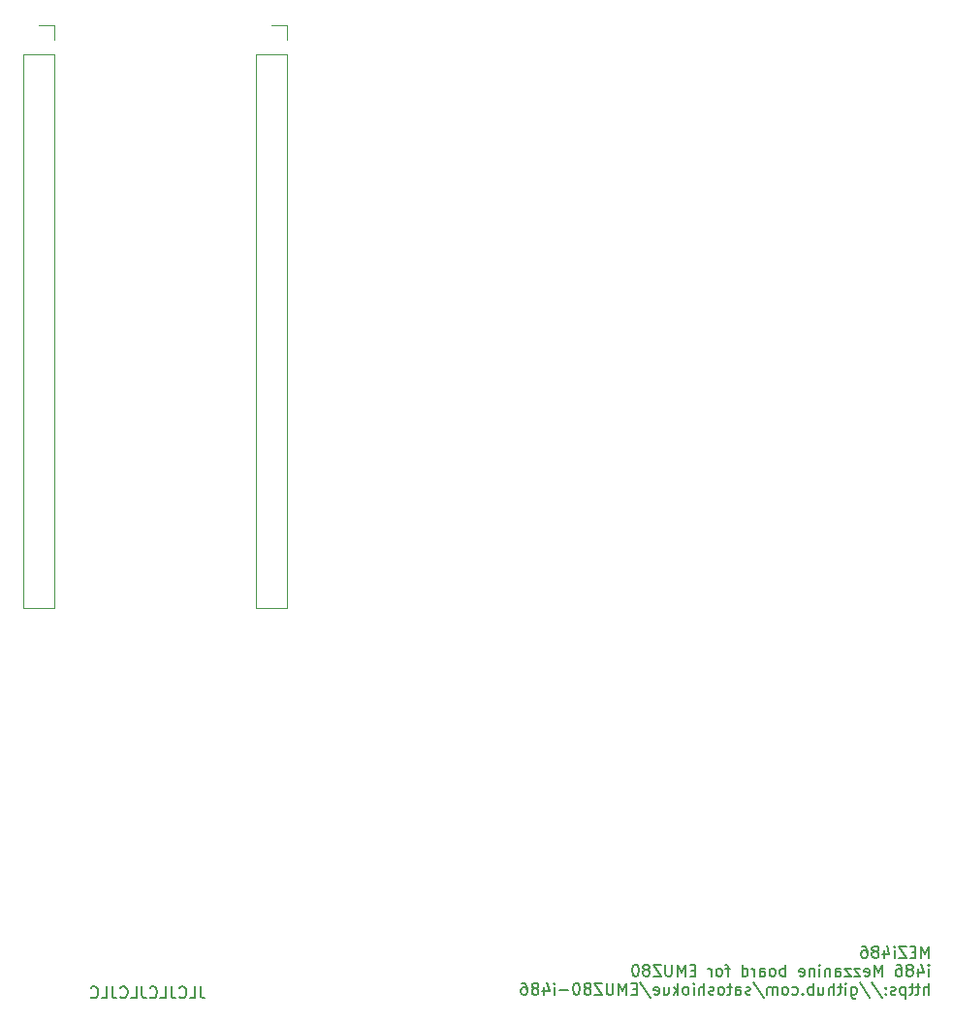
<source format=gbo>
G04 #@! TF.GenerationSoftware,KiCad,Pcbnew,8.0.2*
G04 #@! TF.CreationDate,2024-05-19T23:46:18+09:00*
G04 #@! TF.ProjectId,MEZi486,4d455a69-3438-4362-9e6b-696361645f70,C*
G04 #@! TF.SameCoordinates,PX5f5e100PY8f0d180*
G04 #@! TF.FileFunction,Legend,Bot*
G04 #@! TF.FilePolarity,Positive*
%FSLAX46Y46*%
G04 Gerber Fmt 4.6, Leading zero omitted, Abs format (unit mm)*
G04 Created by KiCad (PCBNEW 8.0.2) date 2024-05-19 23:46:18*
%MOMM*%
%LPD*%
G01*
G04 APERTURE LIST*
%ADD10C,0.150000*%
%ADD11C,0.200000*%
%ADD12C,0.120000*%
G04 APERTURE END LIST*
D10*
X19224048Y3085181D02*
X19224048Y2370896D01*
X19224048Y2370896D02*
X19271667Y2228039D01*
X19271667Y2228039D02*
X19366905Y2132800D01*
X19366905Y2132800D02*
X19509762Y2085181D01*
X19509762Y2085181D02*
X19605000Y2085181D01*
X18271667Y2085181D02*
X18747857Y2085181D01*
X18747857Y2085181D02*
X18747857Y3085181D01*
X17366905Y2180420D02*
X17414524Y2132800D01*
X17414524Y2132800D02*
X17557381Y2085181D01*
X17557381Y2085181D02*
X17652619Y2085181D01*
X17652619Y2085181D02*
X17795476Y2132800D01*
X17795476Y2132800D02*
X17890714Y2228039D01*
X17890714Y2228039D02*
X17938333Y2323277D01*
X17938333Y2323277D02*
X17985952Y2513753D01*
X17985952Y2513753D02*
X17985952Y2656610D01*
X17985952Y2656610D02*
X17938333Y2847086D01*
X17938333Y2847086D02*
X17890714Y2942324D01*
X17890714Y2942324D02*
X17795476Y3037562D01*
X17795476Y3037562D02*
X17652619Y3085181D01*
X17652619Y3085181D02*
X17557381Y3085181D01*
X17557381Y3085181D02*
X17414524Y3037562D01*
X17414524Y3037562D02*
X17366905Y2989943D01*
X16652619Y3085181D02*
X16652619Y2370896D01*
X16652619Y2370896D02*
X16700238Y2228039D01*
X16700238Y2228039D02*
X16795476Y2132800D01*
X16795476Y2132800D02*
X16938333Y2085181D01*
X16938333Y2085181D02*
X17033571Y2085181D01*
X15700238Y2085181D02*
X16176428Y2085181D01*
X16176428Y2085181D02*
X16176428Y3085181D01*
X14795476Y2180420D02*
X14843095Y2132800D01*
X14843095Y2132800D02*
X14985952Y2085181D01*
X14985952Y2085181D02*
X15081190Y2085181D01*
X15081190Y2085181D02*
X15224047Y2132800D01*
X15224047Y2132800D02*
X15319285Y2228039D01*
X15319285Y2228039D02*
X15366904Y2323277D01*
X15366904Y2323277D02*
X15414523Y2513753D01*
X15414523Y2513753D02*
X15414523Y2656610D01*
X15414523Y2656610D02*
X15366904Y2847086D01*
X15366904Y2847086D02*
X15319285Y2942324D01*
X15319285Y2942324D02*
X15224047Y3037562D01*
X15224047Y3037562D02*
X15081190Y3085181D01*
X15081190Y3085181D02*
X14985952Y3085181D01*
X14985952Y3085181D02*
X14843095Y3037562D01*
X14843095Y3037562D02*
X14795476Y2989943D01*
X14081190Y3085181D02*
X14081190Y2370896D01*
X14081190Y2370896D02*
X14128809Y2228039D01*
X14128809Y2228039D02*
X14224047Y2132800D01*
X14224047Y2132800D02*
X14366904Y2085181D01*
X14366904Y2085181D02*
X14462142Y2085181D01*
X13128809Y2085181D02*
X13604999Y2085181D01*
X13604999Y2085181D02*
X13604999Y3085181D01*
X12224047Y2180420D02*
X12271666Y2132800D01*
X12271666Y2132800D02*
X12414523Y2085181D01*
X12414523Y2085181D02*
X12509761Y2085181D01*
X12509761Y2085181D02*
X12652618Y2132800D01*
X12652618Y2132800D02*
X12747856Y2228039D01*
X12747856Y2228039D02*
X12795475Y2323277D01*
X12795475Y2323277D02*
X12843094Y2513753D01*
X12843094Y2513753D02*
X12843094Y2656610D01*
X12843094Y2656610D02*
X12795475Y2847086D01*
X12795475Y2847086D02*
X12747856Y2942324D01*
X12747856Y2942324D02*
X12652618Y3037562D01*
X12652618Y3037562D02*
X12509761Y3085181D01*
X12509761Y3085181D02*
X12414523Y3085181D01*
X12414523Y3085181D02*
X12271666Y3037562D01*
X12271666Y3037562D02*
X12224047Y2989943D01*
X11509761Y3085181D02*
X11509761Y2370896D01*
X11509761Y2370896D02*
X11557380Y2228039D01*
X11557380Y2228039D02*
X11652618Y2132800D01*
X11652618Y2132800D02*
X11795475Y2085181D01*
X11795475Y2085181D02*
X11890713Y2085181D01*
X10557380Y2085181D02*
X11033570Y2085181D01*
X11033570Y2085181D02*
X11033570Y3085181D01*
X9652618Y2180420D02*
X9700237Y2132800D01*
X9700237Y2132800D02*
X9843094Y2085181D01*
X9843094Y2085181D02*
X9938332Y2085181D01*
X9938332Y2085181D02*
X10081189Y2132800D01*
X10081189Y2132800D02*
X10176427Y2228039D01*
X10176427Y2228039D02*
X10224046Y2323277D01*
X10224046Y2323277D02*
X10271665Y2513753D01*
X10271665Y2513753D02*
X10271665Y2656610D01*
X10271665Y2656610D02*
X10224046Y2847086D01*
X10224046Y2847086D02*
X10176427Y2942324D01*
X10176427Y2942324D02*
X10081189Y3037562D01*
X10081189Y3037562D02*
X9938332Y3085181D01*
X9938332Y3085181D02*
X9843094Y3085181D01*
X9843094Y3085181D02*
X9700237Y3037562D01*
X9700237Y3037562D02*
X9652618Y2989943D01*
D11*
X82815326Y5602725D02*
X82815326Y6602725D01*
X82815326Y6602725D02*
X82481993Y5888440D01*
X82481993Y5888440D02*
X82148660Y6602725D01*
X82148660Y6602725D02*
X82148660Y5602725D01*
X81672469Y6126535D02*
X81339136Y6126535D01*
X81196279Y5602725D02*
X81672469Y5602725D01*
X81672469Y5602725D02*
X81672469Y6602725D01*
X81672469Y6602725D02*
X81196279Y6602725D01*
X80862945Y6602725D02*
X80196279Y6602725D01*
X80196279Y6602725D02*
X80862945Y5602725D01*
X80862945Y5602725D02*
X80196279Y5602725D01*
X79815326Y5602725D02*
X79815326Y6269392D01*
X79815326Y6602725D02*
X79862945Y6555106D01*
X79862945Y6555106D02*
X79815326Y6507487D01*
X79815326Y6507487D02*
X79767707Y6555106D01*
X79767707Y6555106D02*
X79815326Y6602725D01*
X79815326Y6602725D02*
X79815326Y6507487D01*
X78910565Y6269392D02*
X78910565Y5602725D01*
X79148660Y6650344D02*
X79386755Y5936059D01*
X79386755Y5936059D02*
X78767708Y5936059D01*
X78243898Y6174154D02*
X78339136Y6221773D01*
X78339136Y6221773D02*
X78386755Y6269392D01*
X78386755Y6269392D02*
X78434374Y6364630D01*
X78434374Y6364630D02*
X78434374Y6412249D01*
X78434374Y6412249D02*
X78386755Y6507487D01*
X78386755Y6507487D02*
X78339136Y6555106D01*
X78339136Y6555106D02*
X78243898Y6602725D01*
X78243898Y6602725D02*
X78053422Y6602725D01*
X78053422Y6602725D02*
X77958184Y6555106D01*
X77958184Y6555106D02*
X77910565Y6507487D01*
X77910565Y6507487D02*
X77862946Y6412249D01*
X77862946Y6412249D02*
X77862946Y6364630D01*
X77862946Y6364630D02*
X77910565Y6269392D01*
X77910565Y6269392D02*
X77958184Y6221773D01*
X77958184Y6221773D02*
X78053422Y6174154D01*
X78053422Y6174154D02*
X78243898Y6174154D01*
X78243898Y6174154D02*
X78339136Y6126535D01*
X78339136Y6126535D02*
X78386755Y6078916D01*
X78386755Y6078916D02*
X78434374Y5983678D01*
X78434374Y5983678D02*
X78434374Y5793202D01*
X78434374Y5793202D02*
X78386755Y5697964D01*
X78386755Y5697964D02*
X78339136Y5650344D01*
X78339136Y5650344D02*
X78243898Y5602725D01*
X78243898Y5602725D02*
X78053422Y5602725D01*
X78053422Y5602725D02*
X77958184Y5650344D01*
X77958184Y5650344D02*
X77910565Y5697964D01*
X77910565Y5697964D02*
X77862946Y5793202D01*
X77862946Y5793202D02*
X77862946Y5983678D01*
X77862946Y5983678D02*
X77910565Y6078916D01*
X77910565Y6078916D02*
X77958184Y6126535D01*
X77958184Y6126535D02*
X78053422Y6174154D01*
X77005803Y6602725D02*
X77196279Y6602725D01*
X77196279Y6602725D02*
X77291517Y6555106D01*
X77291517Y6555106D02*
X77339136Y6507487D01*
X77339136Y6507487D02*
X77434374Y6364630D01*
X77434374Y6364630D02*
X77481993Y6174154D01*
X77481993Y6174154D02*
X77481993Y5793202D01*
X77481993Y5793202D02*
X77434374Y5697964D01*
X77434374Y5697964D02*
X77386755Y5650344D01*
X77386755Y5650344D02*
X77291517Y5602725D01*
X77291517Y5602725D02*
X77101041Y5602725D01*
X77101041Y5602725D02*
X77005803Y5650344D01*
X77005803Y5650344D02*
X76958184Y5697964D01*
X76958184Y5697964D02*
X76910565Y5793202D01*
X76910565Y5793202D02*
X76910565Y6031297D01*
X76910565Y6031297D02*
X76958184Y6126535D01*
X76958184Y6126535D02*
X77005803Y6174154D01*
X77005803Y6174154D02*
X77101041Y6221773D01*
X77101041Y6221773D02*
X77291517Y6221773D01*
X77291517Y6221773D02*
X77386755Y6174154D01*
X77386755Y6174154D02*
X77434374Y6126535D01*
X77434374Y6126535D02*
X77481993Y6031297D01*
X82815326Y3992781D02*
X82815326Y4659448D01*
X82815326Y4992781D02*
X82862945Y4945162D01*
X82862945Y4945162D02*
X82815326Y4897543D01*
X82815326Y4897543D02*
X82767707Y4945162D01*
X82767707Y4945162D02*
X82815326Y4992781D01*
X82815326Y4992781D02*
X82815326Y4897543D01*
X81910565Y4659448D02*
X81910565Y3992781D01*
X82148660Y5040400D02*
X82386755Y4326115D01*
X82386755Y4326115D02*
X81767708Y4326115D01*
X81243898Y4564210D02*
X81339136Y4611829D01*
X81339136Y4611829D02*
X81386755Y4659448D01*
X81386755Y4659448D02*
X81434374Y4754686D01*
X81434374Y4754686D02*
X81434374Y4802305D01*
X81434374Y4802305D02*
X81386755Y4897543D01*
X81386755Y4897543D02*
X81339136Y4945162D01*
X81339136Y4945162D02*
X81243898Y4992781D01*
X81243898Y4992781D02*
X81053422Y4992781D01*
X81053422Y4992781D02*
X80958184Y4945162D01*
X80958184Y4945162D02*
X80910565Y4897543D01*
X80910565Y4897543D02*
X80862946Y4802305D01*
X80862946Y4802305D02*
X80862946Y4754686D01*
X80862946Y4754686D02*
X80910565Y4659448D01*
X80910565Y4659448D02*
X80958184Y4611829D01*
X80958184Y4611829D02*
X81053422Y4564210D01*
X81053422Y4564210D02*
X81243898Y4564210D01*
X81243898Y4564210D02*
X81339136Y4516591D01*
X81339136Y4516591D02*
X81386755Y4468972D01*
X81386755Y4468972D02*
X81434374Y4373734D01*
X81434374Y4373734D02*
X81434374Y4183258D01*
X81434374Y4183258D02*
X81386755Y4088020D01*
X81386755Y4088020D02*
X81339136Y4040400D01*
X81339136Y4040400D02*
X81243898Y3992781D01*
X81243898Y3992781D02*
X81053422Y3992781D01*
X81053422Y3992781D02*
X80958184Y4040400D01*
X80958184Y4040400D02*
X80910565Y4088020D01*
X80910565Y4088020D02*
X80862946Y4183258D01*
X80862946Y4183258D02*
X80862946Y4373734D01*
X80862946Y4373734D02*
X80910565Y4468972D01*
X80910565Y4468972D02*
X80958184Y4516591D01*
X80958184Y4516591D02*
X81053422Y4564210D01*
X80005803Y4992781D02*
X80196279Y4992781D01*
X80196279Y4992781D02*
X80291517Y4945162D01*
X80291517Y4945162D02*
X80339136Y4897543D01*
X80339136Y4897543D02*
X80434374Y4754686D01*
X80434374Y4754686D02*
X80481993Y4564210D01*
X80481993Y4564210D02*
X80481993Y4183258D01*
X80481993Y4183258D02*
X80434374Y4088020D01*
X80434374Y4088020D02*
X80386755Y4040400D01*
X80386755Y4040400D02*
X80291517Y3992781D01*
X80291517Y3992781D02*
X80101041Y3992781D01*
X80101041Y3992781D02*
X80005803Y4040400D01*
X80005803Y4040400D02*
X79958184Y4088020D01*
X79958184Y4088020D02*
X79910565Y4183258D01*
X79910565Y4183258D02*
X79910565Y4421353D01*
X79910565Y4421353D02*
X79958184Y4516591D01*
X79958184Y4516591D02*
X80005803Y4564210D01*
X80005803Y4564210D02*
X80101041Y4611829D01*
X80101041Y4611829D02*
X80291517Y4611829D01*
X80291517Y4611829D02*
X80386755Y4564210D01*
X80386755Y4564210D02*
X80434374Y4516591D01*
X80434374Y4516591D02*
X80481993Y4421353D01*
X78720088Y3992781D02*
X78720088Y4992781D01*
X78720088Y4992781D02*
X78386755Y4278496D01*
X78386755Y4278496D02*
X78053422Y4992781D01*
X78053422Y4992781D02*
X78053422Y3992781D01*
X77196279Y4040400D02*
X77291517Y3992781D01*
X77291517Y3992781D02*
X77481993Y3992781D01*
X77481993Y3992781D02*
X77577231Y4040400D01*
X77577231Y4040400D02*
X77624850Y4135639D01*
X77624850Y4135639D02*
X77624850Y4516591D01*
X77624850Y4516591D02*
X77577231Y4611829D01*
X77577231Y4611829D02*
X77481993Y4659448D01*
X77481993Y4659448D02*
X77291517Y4659448D01*
X77291517Y4659448D02*
X77196279Y4611829D01*
X77196279Y4611829D02*
X77148660Y4516591D01*
X77148660Y4516591D02*
X77148660Y4421353D01*
X77148660Y4421353D02*
X77624850Y4326115D01*
X76815326Y4659448D02*
X76291517Y4659448D01*
X76291517Y4659448D02*
X76815326Y3992781D01*
X76815326Y3992781D02*
X76291517Y3992781D01*
X76005802Y4659448D02*
X75481993Y4659448D01*
X75481993Y4659448D02*
X76005802Y3992781D01*
X76005802Y3992781D02*
X75481993Y3992781D01*
X74672469Y3992781D02*
X74672469Y4516591D01*
X74672469Y4516591D02*
X74720088Y4611829D01*
X74720088Y4611829D02*
X74815326Y4659448D01*
X74815326Y4659448D02*
X75005802Y4659448D01*
X75005802Y4659448D02*
X75101040Y4611829D01*
X74672469Y4040400D02*
X74767707Y3992781D01*
X74767707Y3992781D02*
X75005802Y3992781D01*
X75005802Y3992781D02*
X75101040Y4040400D01*
X75101040Y4040400D02*
X75148659Y4135639D01*
X75148659Y4135639D02*
X75148659Y4230877D01*
X75148659Y4230877D02*
X75101040Y4326115D01*
X75101040Y4326115D02*
X75005802Y4373734D01*
X75005802Y4373734D02*
X74767707Y4373734D01*
X74767707Y4373734D02*
X74672469Y4421353D01*
X74196278Y4659448D02*
X74196278Y3992781D01*
X74196278Y4564210D02*
X74148659Y4611829D01*
X74148659Y4611829D02*
X74053421Y4659448D01*
X74053421Y4659448D02*
X73910564Y4659448D01*
X73910564Y4659448D02*
X73815326Y4611829D01*
X73815326Y4611829D02*
X73767707Y4516591D01*
X73767707Y4516591D02*
X73767707Y3992781D01*
X73291516Y3992781D02*
X73291516Y4659448D01*
X73291516Y4992781D02*
X73339135Y4945162D01*
X73339135Y4945162D02*
X73291516Y4897543D01*
X73291516Y4897543D02*
X73243897Y4945162D01*
X73243897Y4945162D02*
X73291516Y4992781D01*
X73291516Y4992781D02*
X73291516Y4897543D01*
X72815326Y4659448D02*
X72815326Y3992781D01*
X72815326Y4564210D02*
X72767707Y4611829D01*
X72767707Y4611829D02*
X72672469Y4659448D01*
X72672469Y4659448D02*
X72529612Y4659448D01*
X72529612Y4659448D02*
X72434374Y4611829D01*
X72434374Y4611829D02*
X72386755Y4516591D01*
X72386755Y4516591D02*
X72386755Y3992781D01*
X71529612Y4040400D02*
X71624850Y3992781D01*
X71624850Y3992781D02*
X71815326Y3992781D01*
X71815326Y3992781D02*
X71910564Y4040400D01*
X71910564Y4040400D02*
X71958183Y4135639D01*
X71958183Y4135639D02*
X71958183Y4516591D01*
X71958183Y4516591D02*
X71910564Y4611829D01*
X71910564Y4611829D02*
X71815326Y4659448D01*
X71815326Y4659448D02*
X71624850Y4659448D01*
X71624850Y4659448D02*
X71529612Y4611829D01*
X71529612Y4611829D02*
X71481993Y4516591D01*
X71481993Y4516591D02*
X71481993Y4421353D01*
X71481993Y4421353D02*
X71958183Y4326115D01*
X70291516Y3992781D02*
X70291516Y4992781D01*
X70291516Y4611829D02*
X70196278Y4659448D01*
X70196278Y4659448D02*
X70005802Y4659448D01*
X70005802Y4659448D02*
X69910564Y4611829D01*
X69910564Y4611829D02*
X69862945Y4564210D01*
X69862945Y4564210D02*
X69815326Y4468972D01*
X69815326Y4468972D02*
X69815326Y4183258D01*
X69815326Y4183258D02*
X69862945Y4088020D01*
X69862945Y4088020D02*
X69910564Y4040400D01*
X69910564Y4040400D02*
X70005802Y3992781D01*
X70005802Y3992781D02*
X70196278Y3992781D01*
X70196278Y3992781D02*
X70291516Y4040400D01*
X69243897Y3992781D02*
X69339135Y4040400D01*
X69339135Y4040400D02*
X69386754Y4088020D01*
X69386754Y4088020D02*
X69434373Y4183258D01*
X69434373Y4183258D02*
X69434373Y4468972D01*
X69434373Y4468972D02*
X69386754Y4564210D01*
X69386754Y4564210D02*
X69339135Y4611829D01*
X69339135Y4611829D02*
X69243897Y4659448D01*
X69243897Y4659448D02*
X69101040Y4659448D01*
X69101040Y4659448D02*
X69005802Y4611829D01*
X69005802Y4611829D02*
X68958183Y4564210D01*
X68958183Y4564210D02*
X68910564Y4468972D01*
X68910564Y4468972D02*
X68910564Y4183258D01*
X68910564Y4183258D02*
X68958183Y4088020D01*
X68958183Y4088020D02*
X69005802Y4040400D01*
X69005802Y4040400D02*
X69101040Y3992781D01*
X69101040Y3992781D02*
X69243897Y3992781D01*
X68053421Y3992781D02*
X68053421Y4516591D01*
X68053421Y4516591D02*
X68101040Y4611829D01*
X68101040Y4611829D02*
X68196278Y4659448D01*
X68196278Y4659448D02*
X68386754Y4659448D01*
X68386754Y4659448D02*
X68481992Y4611829D01*
X68053421Y4040400D02*
X68148659Y3992781D01*
X68148659Y3992781D02*
X68386754Y3992781D01*
X68386754Y3992781D02*
X68481992Y4040400D01*
X68481992Y4040400D02*
X68529611Y4135639D01*
X68529611Y4135639D02*
X68529611Y4230877D01*
X68529611Y4230877D02*
X68481992Y4326115D01*
X68481992Y4326115D02*
X68386754Y4373734D01*
X68386754Y4373734D02*
X68148659Y4373734D01*
X68148659Y4373734D02*
X68053421Y4421353D01*
X67577230Y3992781D02*
X67577230Y4659448D01*
X67577230Y4468972D02*
X67529611Y4564210D01*
X67529611Y4564210D02*
X67481992Y4611829D01*
X67481992Y4611829D02*
X67386754Y4659448D01*
X67386754Y4659448D02*
X67291516Y4659448D01*
X66529611Y3992781D02*
X66529611Y4992781D01*
X66529611Y4040400D02*
X66624849Y3992781D01*
X66624849Y3992781D02*
X66815325Y3992781D01*
X66815325Y3992781D02*
X66910563Y4040400D01*
X66910563Y4040400D02*
X66958182Y4088020D01*
X66958182Y4088020D02*
X67005801Y4183258D01*
X67005801Y4183258D02*
X67005801Y4468972D01*
X67005801Y4468972D02*
X66958182Y4564210D01*
X66958182Y4564210D02*
X66910563Y4611829D01*
X66910563Y4611829D02*
X66815325Y4659448D01*
X66815325Y4659448D02*
X66624849Y4659448D01*
X66624849Y4659448D02*
X66529611Y4611829D01*
X65434372Y4659448D02*
X65053420Y4659448D01*
X65291515Y3992781D02*
X65291515Y4849924D01*
X65291515Y4849924D02*
X65243896Y4945162D01*
X65243896Y4945162D02*
X65148658Y4992781D01*
X65148658Y4992781D02*
X65053420Y4992781D01*
X64577229Y3992781D02*
X64672467Y4040400D01*
X64672467Y4040400D02*
X64720086Y4088020D01*
X64720086Y4088020D02*
X64767705Y4183258D01*
X64767705Y4183258D02*
X64767705Y4468972D01*
X64767705Y4468972D02*
X64720086Y4564210D01*
X64720086Y4564210D02*
X64672467Y4611829D01*
X64672467Y4611829D02*
X64577229Y4659448D01*
X64577229Y4659448D02*
X64434372Y4659448D01*
X64434372Y4659448D02*
X64339134Y4611829D01*
X64339134Y4611829D02*
X64291515Y4564210D01*
X64291515Y4564210D02*
X64243896Y4468972D01*
X64243896Y4468972D02*
X64243896Y4183258D01*
X64243896Y4183258D02*
X64291515Y4088020D01*
X64291515Y4088020D02*
X64339134Y4040400D01*
X64339134Y4040400D02*
X64434372Y3992781D01*
X64434372Y3992781D02*
X64577229Y3992781D01*
X63815324Y3992781D02*
X63815324Y4659448D01*
X63815324Y4468972D02*
X63767705Y4564210D01*
X63767705Y4564210D02*
X63720086Y4611829D01*
X63720086Y4611829D02*
X63624848Y4659448D01*
X63624848Y4659448D02*
X63529610Y4659448D01*
X62434371Y4516591D02*
X62101038Y4516591D01*
X61958181Y3992781D02*
X62434371Y3992781D01*
X62434371Y3992781D02*
X62434371Y4992781D01*
X62434371Y4992781D02*
X61958181Y4992781D01*
X61529609Y3992781D02*
X61529609Y4992781D01*
X61529609Y4992781D02*
X61196276Y4278496D01*
X61196276Y4278496D02*
X60862943Y4992781D01*
X60862943Y4992781D02*
X60862943Y3992781D01*
X60386752Y4992781D02*
X60386752Y4183258D01*
X60386752Y4183258D02*
X60339133Y4088020D01*
X60339133Y4088020D02*
X60291514Y4040400D01*
X60291514Y4040400D02*
X60196276Y3992781D01*
X60196276Y3992781D02*
X60005800Y3992781D01*
X60005800Y3992781D02*
X59910562Y4040400D01*
X59910562Y4040400D02*
X59862943Y4088020D01*
X59862943Y4088020D02*
X59815324Y4183258D01*
X59815324Y4183258D02*
X59815324Y4992781D01*
X59434371Y4992781D02*
X58767705Y4992781D01*
X58767705Y4992781D02*
X59434371Y3992781D01*
X59434371Y3992781D02*
X58767705Y3992781D01*
X58243895Y4564210D02*
X58339133Y4611829D01*
X58339133Y4611829D02*
X58386752Y4659448D01*
X58386752Y4659448D02*
X58434371Y4754686D01*
X58434371Y4754686D02*
X58434371Y4802305D01*
X58434371Y4802305D02*
X58386752Y4897543D01*
X58386752Y4897543D02*
X58339133Y4945162D01*
X58339133Y4945162D02*
X58243895Y4992781D01*
X58243895Y4992781D02*
X58053419Y4992781D01*
X58053419Y4992781D02*
X57958181Y4945162D01*
X57958181Y4945162D02*
X57910562Y4897543D01*
X57910562Y4897543D02*
X57862943Y4802305D01*
X57862943Y4802305D02*
X57862943Y4754686D01*
X57862943Y4754686D02*
X57910562Y4659448D01*
X57910562Y4659448D02*
X57958181Y4611829D01*
X57958181Y4611829D02*
X58053419Y4564210D01*
X58053419Y4564210D02*
X58243895Y4564210D01*
X58243895Y4564210D02*
X58339133Y4516591D01*
X58339133Y4516591D02*
X58386752Y4468972D01*
X58386752Y4468972D02*
X58434371Y4373734D01*
X58434371Y4373734D02*
X58434371Y4183258D01*
X58434371Y4183258D02*
X58386752Y4088020D01*
X58386752Y4088020D02*
X58339133Y4040400D01*
X58339133Y4040400D02*
X58243895Y3992781D01*
X58243895Y3992781D02*
X58053419Y3992781D01*
X58053419Y3992781D02*
X57958181Y4040400D01*
X57958181Y4040400D02*
X57910562Y4088020D01*
X57910562Y4088020D02*
X57862943Y4183258D01*
X57862943Y4183258D02*
X57862943Y4373734D01*
X57862943Y4373734D02*
X57910562Y4468972D01*
X57910562Y4468972D02*
X57958181Y4516591D01*
X57958181Y4516591D02*
X58053419Y4564210D01*
X57243895Y4992781D02*
X57148657Y4992781D01*
X57148657Y4992781D02*
X57053419Y4945162D01*
X57053419Y4945162D02*
X57005800Y4897543D01*
X57005800Y4897543D02*
X56958181Y4802305D01*
X56958181Y4802305D02*
X56910562Y4611829D01*
X56910562Y4611829D02*
X56910562Y4373734D01*
X56910562Y4373734D02*
X56958181Y4183258D01*
X56958181Y4183258D02*
X57005800Y4088020D01*
X57005800Y4088020D02*
X57053419Y4040400D01*
X57053419Y4040400D02*
X57148657Y3992781D01*
X57148657Y3992781D02*
X57243895Y3992781D01*
X57243895Y3992781D02*
X57339133Y4040400D01*
X57339133Y4040400D02*
X57386752Y4088020D01*
X57386752Y4088020D02*
X57434371Y4183258D01*
X57434371Y4183258D02*
X57481990Y4373734D01*
X57481990Y4373734D02*
X57481990Y4611829D01*
X57481990Y4611829D02*
X57434371Y4802305D01*
X57434371Y4802305D02*
X57386752Y4897543D01*
X57386752Y4897543D02*
X57339133Y4945162D01*
X57339133Y4945162D02*
X57243895Y4992781D01*
X82815326Y2382837D02*
X82815326Y3382837D01*
X82386755Y2382837D02*
X82386755Y2906647D01*
X82386755Y2906647D02*
X82434374Y3001885D01*
X82434374Y3001885D02*
X82529612Y3049504D01*
X82529612Y3049504D02*
X82672469Y3049504D01*
X82672469Y3049504D02*
X82767707Y3001885D01*
X82767707Y3001885D02*
X82815326Y2954266D01*
X82053421Y3049504D02*
X81672469Y3049504D01*
X81910564Y3382837D02*
X81910564Y2525695D01*
X81910564Y2525695D02*
X81862945Y2430456D01*
X81862945Y2430456D02*
X81767707Y2382837D01*
X81767707Y2382837D02*
X81672469Y2382837D01*
X81481992Y3049504D02*
X81101040Y3049504D01*
X81339135Y3382837D02*
X81339135Y2525695D01*
X81339135Y2525695D02*
X81291516Y2430456D01*
X81291516Y2430456D02*
X81196278Y2382837D01*
X81196278Y2382837D02*
X81101040Y2382837D01*
X80767706Y3049504D02*
X80767706Y2049504D01*
X80767706Y3001885D02*
X80672468Y3049504D01*
X80672468Y3049504D02*
X80481992Y3049504D01*
X80481992Y3049504D02*
X80386754Y3001885D01*
X80386754Y3001885D02*
X80339135Y2954266D01*
X80339135Y2954266D02*
X80291516Y2859028D01*
X80291516Y2859028D02*
X80291516Y2573314D01*
X80291516Y2573314D02*
X80339135Y2478076D01*
X80339135Y2478076D02*
X80386754Y2430456D01*
X80386754Y2430456D02*
X80481992Y2382837D01*
X80481992Y2382837D02*
X80672468Y2382837D01*
X80672468Y2382837D02*
X80767706Y2430456D01*
X79910563Y2430456D02*
X79815325Y2382837D01*
X79815325Y2382837D02*
X79624849Y2382837D01*
X79624849Y2382837D02*
X79529611Y2430456D01*
X79529611Y2430456D02*
X79481992Y2525695D01*
X79481992Y2525695D02*
X79481992Y2573314D01*
X79481992Y2573314D02*
X79529611Y2668552D01*
X79529611Y2668552D02*
X79624849Y2716171D01*
X79624849Y2716171D02*
X79767706Y2716171D01*
X79767706Y2716171D02*
X79862944Y2763790D01*
X79862944Y2763790D02*
X79910563Y2859028D01*
X79910563Y2859028D02*
X79910563Y2906647D01*
X79910563Y2906647D02*
X79862944Y3001885D01*
X79862944Y3001885D02*
X79767706Y3049504D01*
X79767706Y3049504D02*
X79624849Y3049504D01*
X79624849Y3049504D02*
X79529611Y3001885D01*
X79053420Y2478076D02*
X79005801Y2430456D01*
X79005801Y2430456D02*
X79053420Y2382837D01*
X79053420Y2382837D02*
X79101039Y2430456D01*
X79101039Y2430456D02*
X79053420Y2478076D01*
X79053420Y2478076D02*
X79053420Y2382837D01*
X79053420Y3001885D02*
X79005801Y2954266D01*
X79005801Y2954266D02*
X79053420Y2906647D01*
X79053420Y2906647D02*
X79101039Y2954266D01*
X79101039Y2954266D02*
X79053420Y3001885D01*
X79053420Y3001885D02*
X79053420Y2906647D01*
X77862945Y3430456D02*
X78720087Y2144742D01*
X76815326Y3430456D02*
X77672468Y2144742D01*
X76053421Y3049504D02*
X76053421Y2239980D01*
X76053421Y2239980D02*
X76101040Y2144742D01*
X76101040Y2144742D02*
X76148659Y2097123D01*
X76148659Y2097123D02*
X76243897Y2049504D01*
X76243897Y2049504D02*
X76386754Y2049504D01*
X76386754Y2049504D02*
X76481992Y2097123D01*
X76053421Y2430456D02*
X76148659Y2382837D01*
X76148659Y2382837D02*
X76339135Y2382837D01*
X76339135Y2382837D02*
X76434373Y2430456D01*
X76434373Y2430456D02*
X76481992Y2478076D01*
X76481992Y2478076D02*
X76529611Y2573314D01*
X76529611Y2573314D02*
X76529611Y2859028D01*
X76529611Y2859028D02*
X76481992Y2954266D01*
X76481992Y2954266D02*
X76434373Y3001885D01*
X76434373Y3001885D02*
X76339135Y3049504D01*
X76339135Y3049504D02*
X76148659Y3049504D01*
X76148659Y3049504D02*
X76053421Y3001885D01*
X75577230Y2382837D02*
X75577230Y3049504D01*
X75577230Y3382837D02*
X75624849Y3335218D01*
X75624849Y3335218D02*
X75577230Y3287599D01*
X75577230Y3287599D02*
X75529611Y3335218D01*
X75529611Y3335218D02*
X75577230Y3382837D01*
X75577230Y3382837D02*
X75577230Y3287599D01*
X75243897Y3049504D02*
X74862945Y3049504D01*
X75101040Y3382837D02*
X75101040Y2525695D01*
X75101040Y2525695D02*
X75053421Y2430456D01*
X75053421Y2430456D02*
X74958183Y2382837D01*
X74958183Y2382837D02*
X74862945Y2382837D01*
X74529611Y2382837D02*
X74529611Y3382837D01*
X74101040Y2382837D02*
X74101040Y2906647D01*
X74101040Y2906647D02*
X74148659Y3001885D01*
X74148659Y3001885D02*
X74243897Y3049504D01*
X74243897Y3049504D02*
X74386754Y3049504D01*
X74386754Y3049504D02*
X74481992Y3001885D01*
X74481992Y3001885D02*
X74529611Y2954266D01*
X73196278Y3049504D02*
X73196278Y2382837D01*
X73624849Y3049504D02*
X73624849Y2525695D01*
X73624849Y2525695D02*
X73577230Y2430456D01*
X73577230Y2430456D02*
X73481992Y2382837D01*
X73481992Y2382837D02*
X73339135Y2382837D01*
X73339135Y2382837D02*
X73243897Y2430456D01*
X73243897Y2430456D02*
X73196278Y2478076D01*
X72720087Y2382837D02*
X72720087Y3382837D01*
X72720087Y3001885D02*
X72624849Y3049504D01*
X72624849Y3049504D02*
X72434373Y3049504D01*
X72434373Y3049504D02*
X72339135Y3001885D01*
X72339135Y3001885D02*
X72291516Y2954266D01*
X72291516Y2954266D02*
X72243897Y2859028D01*
X72243897Y2859028D02*
X72243897Y2573314D01*
X72243897Y2573314D02*
X72291516Y2478076D01*
X72291516Y2478076D02*
X72339135Y2430456D01*
X72339135Y2430456D02*
X72434373Y2382837D01*
X72434373Y2382837D02*
X72624849Y2382837D01*
X72624849Y2382837D02*
X72720087Y2430456D01*
X71815325Y2478076D02*
X71767706Y2430456D01*
X71767706Y2430456D02*
X71815325Y2382837D01*
X71815325Y2382837D02*
X71862944Y2430456D01*
X71862944Y2430456D02*
X71815325Y2478076D01*
X71815325Y2478076D02*
X71815325Y2382837D01*
X70910564Y2430456D02*
X71005802Y2382837D01*
X71005802Y2382837D02*
X71196278Y2382837D01*
X71196278Y2382837D02*
X71291516Y2430456D01*
X71291516Y2430456D02*
X71339135Y2478076D01*
X71339135Y2478076D02*
X71386754Y2573314D01*
X71386754Y2573314D02*
X71386754Y2859028D01*
X71386754Y2859028D02*
X71339135Y2954266D01*
X71339135Y2954266D02*
X71291516Y3001885D01*
X71291516Y3001885D02*
X71196278Y3049504D01*
X71196278Y3049504D02*
X71005802Y3049504D01*
X71005802Y3049504D02*
X70910564Y3001885D01*
X70339135Y2382837D02*
X70434373Y2430456D01*
X70434373Y2430456D02*
X70481992Y2478076D01*
X70481992Y2478076D02*
X70529611Y2573314D01*
X70529611Y2573314D02*
X70529611Y2859028D01*
X70529611Y2859028D02*
X70481992Y2954266D01*
X70481992Y2954266D02*
X70434373Y3001885D01*
X70434373Y3001885D02*
X70339135Y3049504D01*
X70339135Y3049504D02*
X70196278Y3049504D01*
X70196278Y3049504D02*
X70101040Y3001885D01*
X70101040Y3001885D02*
X70053421Y2954266D01*
X70053421Y2954266D02*
X70005802Y2859028D01*
X70005802Y2859028D02*
X70005802Y2573314D01*
X70005802Y2573314D02*
X70053421Y2478076D01*
X70053421Y2478076D02*
X70101040Y2430456D01*
X70101040Y2430456D02*
X70196278Y2382837D01*
X70196278Y2382837D02*
X70339135Y2382837D01*
X69577230Y2382837D02*
X69577230Y3049504D01*
X69577230Y2954266D02*
X69529611Y3001885D01*
X69529611Y3001885D02*
X69434373Y3049504D01*
X69434373Y3049504D02*
X69291516Y3049504D01*
X69291516Y3049504D02*
X69196278Y3001885D01*
X69196278Y3001885D02*
X69148659Y2906647D01*
X69148659Y2906647D02*
X69148659Y2382837D01*
X69148659Y2906647D02*
X69101040Y3001885D01*
X69101040Y3001885D02*
X69005802Y3049504D01*
X69005802Y3049504D02*
X68862945Y3049504D01*
X68862945Y3049504D02*
X68767706Y3001885D01*
X68767706Y3001885D02*
X68720087Y2906647D01*
X68720087Y2906647D02*
X68720087Y2382837D01*
X67529612Y3430456D02*
X68386754Y2144742D01*
X67243897Y2430456D02*
X67148659Y2382837D01*
X67148659Y2382837D02*
X66958183Y2382837D01*
X66958183Y2382837D02*
X66862945Y2430456D01*
X66862945Y2430456D02*
X66815326Y2525695D01*
X66815326Y2525695D02*
X66815326Y2573314D01*
X66815326Y2573314D02*
X66862945Y2668552D01*
X66862945Y2668552D02*
X66958183Y2716171D01*
X66958183Y2716171D02*
X67101040Y2716171D01*
X67101040Y2716171D02*
X67196278Y2763790D01*
X67196278Y2763790D02*
X67243897Y2859028D01*
X67243897Y2859028D02*
X67243897Y2906647D01*
X67243897Y2906647D02*
X67196278Y3001885D01*
X67196278Y3001885D02*
X67101040Y3049504D01*
X67101040Y3049504D02*
X66958183Y3049504D01*
X66958183Y3049504D02*
X66862945Y3001885D01*
X65958183Y2382837D02*
X65958183Y2906647D01*
X65958183Y2906647D02*
X66005802Y3001885D01*
X66005802Y3001885D02*
X66101040Y3049504D01*
X66101040Y3049504D02*
X66291516Y3049504D01*
X66291516Y3049504D02*
X66386754Y3001885D01*
X65958183Y2430456D02*
X66053421Y2382837D01*
X66053421Y2382837D02*
X66291516Y2382837D01*
X66291516Y2382837D02*
X66386754Y2430456D01*
X66386754Y2430456D02*
X66434373Y2525695D01*
X66434373Y2525695D02*
X66434373Y2620933D01*
X66434373Y2620933D02*
X66386754Y2716171D01*
X66386754Y2716171D02*
X66291516Y2763790D01*
X66291516Y2763790D02*
X66053421Y2763790D01*
X66053421Y2763790D02*
X65958183Y2811409D01*
X65624849Y3049504D02*
X65243897Y3049504D01*
X65481992Y3382837D02*
X65481992Y2525695D01*
X65481992Y2525695D02*
X65434373Y2430456D01*
X65434373Y2430456D02*
X65339135Y2382837D01*
X65339135Y2382837D02*
X65243897Y2382837D01*
X64767706Y2382837D02*
X64862944Y2430456D01*
X64862944Y2430456D02*
X64910563Y2478076D01*
X64910563Y2478076D02*
X64958182Y2573314D01*
X64958182Y2573314D02*
X64958182Y2859028D01*
X64958182Y2859028D02*
X64910563Y2954266D01*
X64910563Y2954266D02*
X64862944Y3001885D01*
X64862944Y3001885D02*
X64767706Y3049504D01*
X64767706Y3049504D02*
X64624849Y3049504D01*
X64624849Y3049504D02*
X64529611Y3001885D01*
X64529611Y3001885D02*
X64481992Y2954266D01*
X64481992Y2954266D02*
X64434373Y2859028D01*
X64434373Y2859028D02*
X64434373Y2573314D01*
X64434373Y2573314D02*
X64481992Y2478076D01*
X64481992Y2478076D02*
X64529611Y2430456D01*
X64529611Y2430456D02*
X64624849Y2382837D01*
X64624849Y2382837D02*
X64767706Y2382837D01*
X64053420Y2430456D02*
X63958182Y2382837D01*
X63958182Y2382837D02*
X63767706Y2382837D01*
X63767706Y2382837D02*
X63672468Y2430456D01*
X63672468Y2430456D02*
X63624849Y2525695D01*
X63624849Y2525695D02*
X63624849Y2573314D01*
X63624849Y2573314D02*
X63672468Y2668552D01*
X63672468Y2668552D02*
X63767706Y2716171D01*
X63767706Y2716171D02*
X63910563Y2716171D01*
X63910563Y2716171D02*
X64005801Y2763790D01*
X64005801Y2763790D02*
X64053420Y2859028D01*
X64053420Y2859028D02*
X64053420Y2906647D01*
X64053420Y2906647D02*
X64005801Y3001885D01*
X64005801Y3001885D02*
X63910563Y3049504D01*
X63910563Y3049504D02*
X63767706Y3049504D01*
X63767706Y3049504D02*
X63672468Y3001885D01*
X63196277Y2382837D02*
X63196277Y3382837D01*
X62767706Y2382837D02*
X62767706Y2906647D01*
X62767706Y2906647D02*
X62815325Y3001885D01*
X62815325Y3001885D02*
X62910563Y3049504D01*
X62910563Y3049504D02*
X63053420Y3049504D01*
X63053420Y3049504D02*
X63148658Y3001885D01*
X63148658Y3001885D02*
X63196277Y2954266D01*
X62291515Y2382837D02*
X62291515Y3049504D01*
X62291515Y3382837D02*
X62339134Y3335218D01*
X62339134Y3335218D02*
X62291515Y3287599D01*
X62291515Y3287599D02*
X62243896Y3335218D01*
X62243896Y3335218D02*
X62291515Y3382837D01*
X62291515Y3382837D02*
X62291515Y3287599D01*
X61672468Y2382837D02*
X61767706Y2430456D01*
X61767706Y2430456D02*
X61815325Y2478076D01*
X61815325Y2478076D02*
X61862944Y2573314D01*
X61862944Y2573314D02*
X61862944Y2859028D01*
X61862944Y2859028D02*
X61815325Y2954266D01*
X61815325Y2954266D02*
X61767706Y3001885D01*
X61767706Y3001885D02*
X61672468Y3049504D01*
X61672468Y3049504D02*
X61529611Y3049504D01*
X61529611Y3049504D02*
X61434373Y3001885D01*
X61434373Y3001885D02*
X61386754Y2954266D01*
X61386754Y2954266D02*
X61339135Y2859028D01*
X61339135Y2859028D02*
X61339135Y2573314D01*
X61339135Y2573314D02*
X61386754Y2478076D01*
X61386754Y2478076D02*
X61434373Y2430456D01*
X61434373Y2430456D02*
X61529611Y2382837D01*
X61529611Y2382837D02*
X61672468Y2382837D01*
X60910563Y2382837D02*
X60910563Y3382837D01*
X60815325Y2763790D02*
X60529611Y2382837D01*
X60529611Y3049504D02*
X60910563Y2668552D01*
X59672468Y3049504D02*
X59672468Y2382837D01*
X60101039Y3049504D02*
X60101039Y2525695D01*
X60101039Y2525695D02*
X60053420Y2430456D01*
X60053420Y2430456D02*
X59958182Y2382837D01*
X59958182Y2382837D02*
X59815325Y2382837D01*
X59815325Y2382837D02*
X59720087Y2430456D01*
X59720087Y2430456D02*
X59672468Y2478076D01*
X58815325Y2430456D02*
X58910563Y2382837D01*
X58910563Y2382837D02*
X59101039Y2382837D01*
X59101039Y2382837D02*
X59196277Y2430456D01*
X59196277Y2430456D02*
X59243896Y2525695D01*
X59243896Y2525695D02*
X59243896Y2906647D01*
X59243896Y2906647D02*
X59196277Y3001885D01*
X59196277Y3001885D02*
X59101039Y3049504D01*
X59101039Y3049504D02*
X58910563Y3049504D01*
X58910563Y3049504D02*
X58815325Y3001885D01*
X58815325Y3001885D02*
X58767706Y2906647D01*
X58767706Y2906647D02*
X58767706Y2811409D01*
X58767706Y2811409D02*
X59243896Y2716171D01*
X57624849Y3430456D02*
X58481991Y2144742D01*
X57291515Y2906647D02*
X56958182Y2906647D01*
X56815325Y2382837D02*
X57291515Y2382837D01*
X57291515Y2382837D02*
X57291515Y3382837D01*
X57291515Y3382837D02*
X56815325Y3382837D01*
X56386753Y2382837D02*
X56386753Y3382837D01*
X56386753Y3382837D02*
X56053420Y2668552D01*
X56053420Y2668552D02*
X55720087Y3382837D01*
X55720087Y3382837D02*
X55720087Y2382837D01*
X55243896Y3382837D02*
X55243896Y2573314D01*
X55243896Y2573314D02*
X55196277Y2478076D01*
X55196277Y2478076D02*
X55148658Y2430456D01*
X55148658Y2430456D02*
X55053420Y2382837D01*
X55053420Y2382837D02*
X54862944Y2382837D01*
X54862944Y2382837D02*
X54767706Y2430456D01*
X54767706Y2430456D02*
X54720087Y2478076D01*
X54720087Y2478076D02*
X54672468Y2573314D01*
X54672468Y2573314D02*
X54672468Y3382837D01*
X54291515Y3382837D02*
X53624849Y3382837D01*
X53624849Y3382837D02*
X54291515Y2382837D01*
X54291515Y2382837D02*
X53624849Y2382837D01*
X53101039Y2954266D02*
X53196277Y3001885D01*
X53196277Y3001885D02*
X53243896Y3049504D01*
X53243896Y3049504D02*
X53291515Y3144742D01*
X53291515Y3144742D02*
X53291515Y3192361D01*
X53291515Y3192361D02*
X53243896Y3287599D01*
X53243896Y3287599D02*
X53196277Y3335218D01*
X53196277Y3335218D02*
X53101039Y3382837D01*
X53101039Y3382837D02*
X52910563Y3382837D01*
X52910563Y3382837D02*
X52815325Y3335218D01*
X52815325Y3335218D02*
X52767706Y3287599D01*
X52767706Y3287599D02*
X52720087Y3192361D01*
X52720087Y3192361D02*
X52720087Y3144742D01*
X52720087Y3144742D02*
X52767706Y3049504D01*
X52767706Y3049504D02*
X52815325Y3001885D01*
X52815325Y3001885D02*
X52910563Y2954266D01*
X52910563Y2954266D02*
X53101039Y2954266D01*
X53101039Y2954266D02*
X53196277Y2906647D01*
X53196277Y2906647D02*
X53243896Y2859028D01*
X53243896Y2859028D02*
X53291515Y2763790D01*
X53291515Y2763790D02*
X53291515Y2573314D01*
X53291515Y2573314D02*
X53243896Y2478076D01*
X53243896Y2478076D02*
X53196277Y2430456D01*
X53196277Y2430456D02*
X53101039Y2382837D01*
X53101039Y2382837D02*
X52910563Y2382837D01*
X52910563Y2382837D02*
X52815325Y2430456D01*
X52815325Y2430456D02*
X52767706Y2478076D01*
X52767706Y2478076D02*
X52720087Y2573314D01*
X52720087Y2573314D02*
X52720087Y2763790D01*
X52720087Y2763790D02*
X52767706Y2859028D01*
X52767706Y2859028D02*
X52815325Y2906647D01*
X52815325Y2906647D02*
X52910563Y2954266D01*
X52101039Y3382837D02*
X52005801Y3382837D01*
X52005801Y3382837D02*
X51910563Y3335218D01*
X51910563Y3335218D02*
X51862944Y3287599D01*
X51862944Y3287599D02*
X51815325Y3192361D01*
X51815325Y3192361D02*
X51767706Y3001885D01*
X51767706Y3001885D02*
X51767706Y2763790D01*
X51767706Y2763790D02*
X51815325Y2573314D01*
X51815325Y2573314D02*
X51862944Y2478076D01*
X51862944Y2478076D02*
X51910563Y2430456D01*
X51910563Y2430456D02*
X52005801Y2382837D01*
X52005801Y2382837D02*
X52101039Y2382837D01*
X52101039Y2382837D02*
X52196277Y2430456D01*
X52196277Y2430456D02*
X52243896Y2478076D01*
X52243896Y2478076D02*
X52291515Y2573314D01*
X52291515Y2573314D02*
X52339134Y2763790D01*
X52339134Y2763790D02*
X52339134Y3001885D01*
X52339134Y3001885D02*
X52291515Y3192361D01*
X52291515Y3192361D02*
X52243896Y3287599D01*
X52243896Y3287599D02*
X52196277Y3335218D01*
X52196277Y3335218D02*
X52101039Y3382837D01*
X51339134Y2763790D02*
X50577230Y2763790D01*
X50101039Y2382837D02*
X50101039Y3049504D01*
X50101039Y3382837D02*
X50148658Y3335218D01*
X50148658Y3335218D02*
X50101039Y3287599D01*
X50101039Y3287599D02*
X50053420Y3335218D01*
X50053420Y3335218D02*
X50101039Y3382837D01*
X50101039Y3382837D02*
X50101039Y3287599D01*
X49196278Y3049504D02*
X49196278Y2382837D01*
X49434373Y3430456D02*
X49672468Y2716171D01*
X49672468Y2716171D02*
X49053421Y2716171D01*
X48529611Y2954266D02*
X48624849Y3001885D01*
X48624849Y3001885D02*
X48672468Y3049504D01*
X48672468Y3049504D02*
X48720087Y3144742D01*
X48720087Y3144742D02*
X48720087Y3192361D01*
X48720087Y3192361D02*
X48672468Y3287599D01*
X48672468Y3287599D02*
X48624849Y3335218D01*
X48624849Y3335218D02*
X48529611Y3382837D01*
X48529611Y3382837D02*
X48339135Y3382837D01*
X48339135Y3382837D02*
X48243897Y3335218D01*
X48243897Y3335218D02*
X48196278Y3287599D01*
X48196278Y3287599D02*
X48148659Y3192361D01*
X48148659Y3192361D02*
X48148659Y3144742D01*
X48148659Y3144742D02*
X48196278Y3049504D01*
X48196278Y3049504D02*
X48243897Y3001885D01*
X48243897Y3001885D02*
X48339135Y2954266D01*
X48339135Y2954266D02*
X48529611Y2954266D01*
X48529611Y2954266D02*
X48624849Y2906647D01*
X48624849Y2906647D02*
X48672468Y2859028D01*
X48672468Y2859028D02*
X48720087Y2763790D01*
X48720087Y2763790D02*
X48720087Y2573314D01*
X48720087Y2573314D02*
X48672468Y2478076D01*
X48672468Y2478076D02*
X48624849Y2430456D01*
X48624849Y2430456D02*
X48529611Y2382837D01*
X48529611Y2382837D02*
X48339135Y2382837D01*
X48339135Y2382837D02*
X48243897Y2430456D01*
X48243897Y2430456D02*
X48196278Y2478076D01*
X48196278Y2478076D02*
X48148659Y2573314D01*
X48148659Y2573314D02*
X48148659Y2763790D01*
X48148659Y2763790D02*
X48196278Y2859028D01*
X48196278Y2859028D02*
X48243897Y2906647D01*
X48243897Y2906647D02*
X48339135Y2954266D01*
X47291516Y3382837D02*
X47481992Y3382837D01*
X47481992Y3382837D02*
X47577230Y3335218D01*
X47577230Y3335218D02*
X47624849Y3287599D01*
X47624849Y3287599D02*
X47720087Y3144742D01*
X47720087Y3144742D02*
X47767706Y2954266D01*
X47767706Y2954266D02*
X47767706Y2573314D01*
X47767706Y2573314D02*
X47720087Y2478076D01*
X47720087Y2478076D02*
X47672468Y2430456D01*
X47672468Y2430456D02*
X47577230Y2382837D01*
X47577230Y2382837D02*
X47386754Y2382837D01*
X47386754Y2382837D02*
X47291516Y2430456D01*
X47291516Y2430456D02*
X47243897Y2478076D01*
X47243897Y2478076D02*
X47196278Y2573314D01*
X47196278Y2573314D02*
X47196278Y2811409D01*
X47196278Y2811409D02*
X47243897Y2906647D01*
X47243897Y2906647D02*
X47291516Y2954266D01*
X47291516Y2954266D02*
X47386754Y3001885D01*
X47386754Y3001885D02*
X47577230Y3001885D01*
X47577230Y3001885D02*
X47672468Y2954266D01*
X47672468Y2954266D02*
X47720087Y2906647D01*
X47720087Y2906647D02*
X47767706Y2811409D01*
D12*
X26730000Y36135000D02*
X24070000Y36135000D01*
X26730000Y84455000D02*
X26730000Y36135000D01*
X26730000Y84455000D02*
X24070000Y84455000D01*
X26730000Y85725000D02*
X26730000Y87055000D01*
X26730000Y87055000D02*
X25400000Y87055000D01*
X24070000Y84455000D02*
X24070000Y36135000D01*
X6410000Y36135000D02*
X3750000Y36135000D01*
X6410000Y84455000D02*
X6410000Y36135000D01*
X6410000Y84455000D02*
X3750000Y84455000D01*
X6410000Y85725000D02*
X6410000Y87055000D01*
X6410000Y87055000D02*
X5080000Y87055000D01*
X3750000Y84455000D02*
X3750000Y36135000D01*
M02*

</source>
